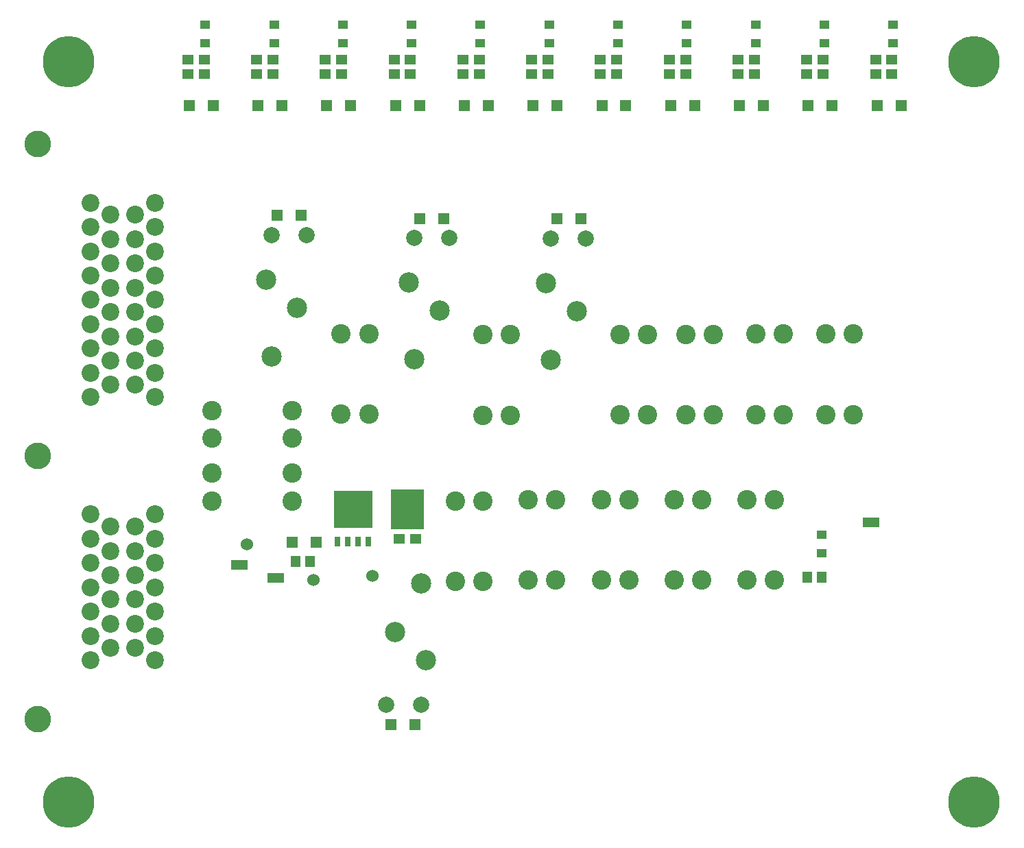
<source format=gbr>
%TF.GenerationSoftware,Altium Limited,Altium Designer,19.0.10 (269)*%
G04 Layer_Color=255*
%FSLAX26Y26*%
%MOIN*%
%TF.FileFunction,Pads,Top*%
%TF.Part,Single*%
G01*
G75*
%TA.AperFunction,SMDPad,CuDef*%
%ADD10R,0.053150X0.057087*%
%ADD11R,0.080709X0.045276*%
%ADD12R,0.051181X0.043307*%
%ADD13R,0.053150X0.045276*%
%ADD14R,0.045276X0.053150*%
%ADD15R,0.185039X0.181102*%
%ADD16R,0.027559X0.045276*%
%ADD17R,0.057087X0.051181*%
%ADD18R,0.163386X0.192913*%
%TA.AperFunction,ComponentPad*%
%ADD23C,0.094488*%
%ADD24C,0.086614*%
%ADD25C,0.129921*%
%TA.AperFunction,ViaPad*%
%ADD26C,0.060000*%
%ADD27C,0.250000*%
%TA.AperFunction,ComponentPad*%
%ADD28C,0.098425*%
%ADD29C,0.078740*%
D10*
X1866929Y678409D02*
D03*
X1983071D02*
D03*
X1428678Y3154000D02*
D03*
X1312537D02*
D03*
X2124071Y3137835D02*
D03*
X2007929D02*
D03*
X2673268Y3137000D02*
D03*
X2789409D02*
D03*
X1670943Y3686000D02*
D03*
X1554801D02*
D03*
X1336652D02*
D03*
X1220510D02*
D03*
X1002361D02*
D03*
X886220D02*
D03*
X2005233D02*
D03*
X1889092D02*
D03*
X3676686D02*
D03*
X3560545D02*
D03*
X4345267D02*
D03*
X4229126D02*
D03*
X4010977D02*
D03*
X3894835D02*
D03*
X2673814D02*
D03*
X2557673D02*
D03*
X2339524D02*
D03*
X2223382D02*
D03*
X3342396D02*
D03*
X3226254D02*
D03*
X3008105D02*
D03*
X2891963D02*
D03*
X1502362Y1564362D02*
D03*
X1386221D02*
D03*
D11*
X4200000Y1660000D02*
D03*
X1130000Y1451783D02*
D03*
X1307000Y1389627D02*
D03*
D12*
X1967162Y3990724D02*
D03*
Y4081276D02*
D03*
X2301453Y3990724D02*
D03*
Y4081276D02*
D03*
X2635744Y3990724D02*
D03*
Y4081276D02*
D03*
X2970034Y3990724D02*
D03*
Y4081276D02*
D03*
X3304325Y3990724D02*
D03*
Y4081276D02*
D03*
X3638615Y3990724D02*
D03*
Y4081276D02*
D03*
X3972906Y3990724D02*
D03*
Y4081276D02*
D03*
X4307197Y3990724D02*
D03*
Y4081276D02*
D03*
X1632872Y3990724D02*
D03*
Y4081276D02*
D03*
X1298581Y3990724D02*
D03*
Y4081276D02*
D03*
X964291Y3990724D02*
D03*
Y4081276D02*
D03*
X3958308Y1601071D02*
D03*
Y1510520D02*
D03*
D13*
X879016Y3841276D02*
D03*
Y3910173D02*
D03*
X1213307Y3841276D02*
D03*
Y3910173D02*
D03*
X1547597Y3841276D02*
D03*
Y3910173D02*
D03*
X1881888Y3841276D02*
D03*
Y3910173D02*
D03*
X2216179Y3841276D02*
D03*
Y3910173D02*
D03*
X3887632Y3841276D02*
D03*
Y3910173D02*
D03*
X4221922Y3841276D02*
D03*
Y3910173D02*
D03*
X3553341Y3841276D02*
D03*
Y3910173D02*
D03*
X3219050Y3841276D02*
D03*
Y3910173D02*
D03*
X2884760Y3841276D02*
D03*
Y3910173D02*
D03*
X2550469Y3841276D02*
D03*
Y3910173D02*
D03*
X3632633Y3910174D02*
D03*
Y3841276D02*
D03*
X3966923Y3910174D02*
D03*
Y3841276D02*
D03*
X4301214Y3910174D02*
D03*
Y3841276D02*
D03*
X1961179Y3910174D02*
D03*
Y3841276D02*
D03*
X2295470Y3910174D02*
D03*
Y3841276D02*
D03*
X2629761Y3910174D02*
D03*
Y3841276D02*
D03*
X2964051Y3910174D02*
D03*
Y3841276D02*
D03*
X3298342Y3910174D02*
D03*
Y3841276D02*
D03*
X1626889Y3910174D02*
D03*
Y3841276D02*
D03*
X958308Y3910174D02*
D03*
Y3841276D02*
D03*
X1292598Y3910174D02*
D03*
Y3841276D02*
D03*
D14*
X3889411Y1393000D02*
D03*
X3958308D02*
D03*
X1471740Y1469362D02*
D03*
X1402843D02*
D03*
D15*
X1681923Y1724173D02*
D03*
D16*
X1756923Y1566693D02*
D03*
X1706923D02*
D03*
X1656923D02*
D03*
X1606923D02*
D03*
D17*
X1906920Y1579055D02*
D03*
X1986920D02*
D03*
D18*
X1946920Y1725000D02*
D03*
D23*
X1385551Y1765000D02*
D03*
X995000D02*
D03*
X1385551Y1898858D02*
D03*
X995000D02*
D03*
Y2203780D02*
D03*
X1385551D02*
D03*
X995000Y2069921D02*
D03*
X1385551D02*
D03*
X1624843Y2186206D02*
D03*
Y2576757D02*
D03*
X1758701Y2186206D02*
D03*
Y2576757D02*
D03*
X2313490Y2181724D02*
D03*
Y2572276D02*
D03*
X2447348Y2181724D02*
D03*
Y2572276D02*
D03*
X2979165Y2183724D02*
D03*
Y2574276D02*
D03*
X3113023Y2183724D02*
D03*
Y2574276D02*
D03*
X3299361Y2184449D02*
D03*
Y2575000D02*
D03*
X3433220Y2184449D02*
D03*
Y2575000D02*
D03*
X3638246Y2184724D02*
D03*
Y2575276D02*
D03*
X3772104Y2184724D02*
D03*
Y2575276D02*
D03*
X3978379Y2184898D02*
D03*
Y2575450D02*
D03*
X4112237Y2184898D02*
D03*
Y2575450D02*
D03*
X3731237Y1771450D02*
D03*
Y1380898D02*
D03*
X3597378Y1771450D02*
D03*
Y1380898D02*
D03*
X3376886Y1771000D02*
D03*
Y1380449D02*
D03*
X3243028Y1771000D02*
D03*
Y1380449D02*
D03*
X3022570Y1771450D02*
D03*
Y1380898D02*
D03*
X2888712Y1771450D02*
D03*
Y1380898D02*
D03*
X2667701Y1771757D02*
D03*
Y1381206D02*
D03*
X2533843Y1771757D02*
D03*
Y1381206D02*
D03*
X2313314Y1763253D02*
D03*
Y1372702D02*
D03*
X2179456Y1763253D02*
D03*
Y1372702D02*
D03*
D24*
X720866Y2269685D02*
D03*
Y2387795D02*
D03*
Y2505905D02*
D03*
Y2624016D02*
D03*
Y2742126D02*
D03*
Y2860236D02*
D03*
Y2978347D02*
D03*
Y3096457D02*
D03*
Y3214567D02*
D03*
X622441Y2328740D02*
D03*
Y2446850D02*
D03*
Y2564961D02*
D03*
Y2683071D02*
D03*
Y2801181D02*
D03*
Y2919291D02*
D03*
Y3037402D02*
D03*
Y3155512D02*
D03*
X504331Y2328740D02*
D03*
Y2446850D02*
D03*
Y2564961D02*
D03*
Y2683071D02*
D03*
Y2801181D02*
D03*
Y2919291D02*
D03*
Y3037402D02*
D03*
Y3155512D02*
D03*
X405906Y2269685D02*
D03*
Y2387795D02*
D03*
Y2505905D02*
D03*
Y2624016D02*
D03*
Y2742126D02*
D03*
Y2860236D02*
D03*
Y2978347D02*
D03*
Y3096457D02*
D03*
Y3214567D02*
D03*
Y1698819D02*
D03*
Y1580709D02*
D03*
Y1462599D02*
D03*
Y1344488D02*
D03*
Y1226378D02*
D03*
Y1108268D02*
D03*
Y990158D02*
D03*
X504331Y1639764D02*
D03*
Y1521654D02*
D03*
Y1403543D02*
D03*
Y1285433D02*
D03*
Y1167323D02*
D03*
Y1049213D02*
D03*
X622441Y1639764D02*
D03*
Y1521654D02*
D03*
Y1403543D02*
D03*
Y1285433D02*
D03*
Y1167323D02*
D03*
Y1049213D02*
D03*
X720866Y1698819D02*
D03*
Y1580709D02*
D03*
Y1462599D02*
D03*
Y1344488D02*
D03*
Y1226378D02*
D03*
Y1108268D02*
D03*
Y990158D02*
D03*
D25*
X150000Y704724D02*
D03*
Y1984252D02*
D03*
Y3500000D02*
D03*
D26*
X1166000Y1552000D02*
D03*
X1777000Y1401000D02*
D03*
X1490000Y1380000D02*
D03*
D27*
X4700000Y300000D02*
D03*
Y3900000D02*
D03*
X300000D02*
D03*
Y300000D02*
D03*
D28*
X2644656Y2449512D02*
D03*
X2619065Y2823528D02*
D03*
X2768671Y2685732D02*
D03*
X1979001Y2452449D02*
D03*
X1953410Y2826465D02*
D03*
X2103016Y2688670D02*
D03*
X1286000Y2466449D02*
D03*
X1260410Y2840465D02*
D03*
X1410016Y2702669D02*
D03*
X2011929Y1364551D02*
D03*
X2037520Y990535D02*
D03*
X1887913Y1128331D02*
D03*
D29*
X2813947Y3040063D02*
D03*
X2644656D02*
D03*
X2148292Y3043001D02*
D03*
X1979001D02*
D03*
X1455292Y3057000D02*
D03*
X1286000D02*
D03*
X1842638Y774000D02*
D03*
X2011929D02*
D03*
%TF.MD5,69ecb334dd964a44578923c70901e3af*%
M02*

</source>
